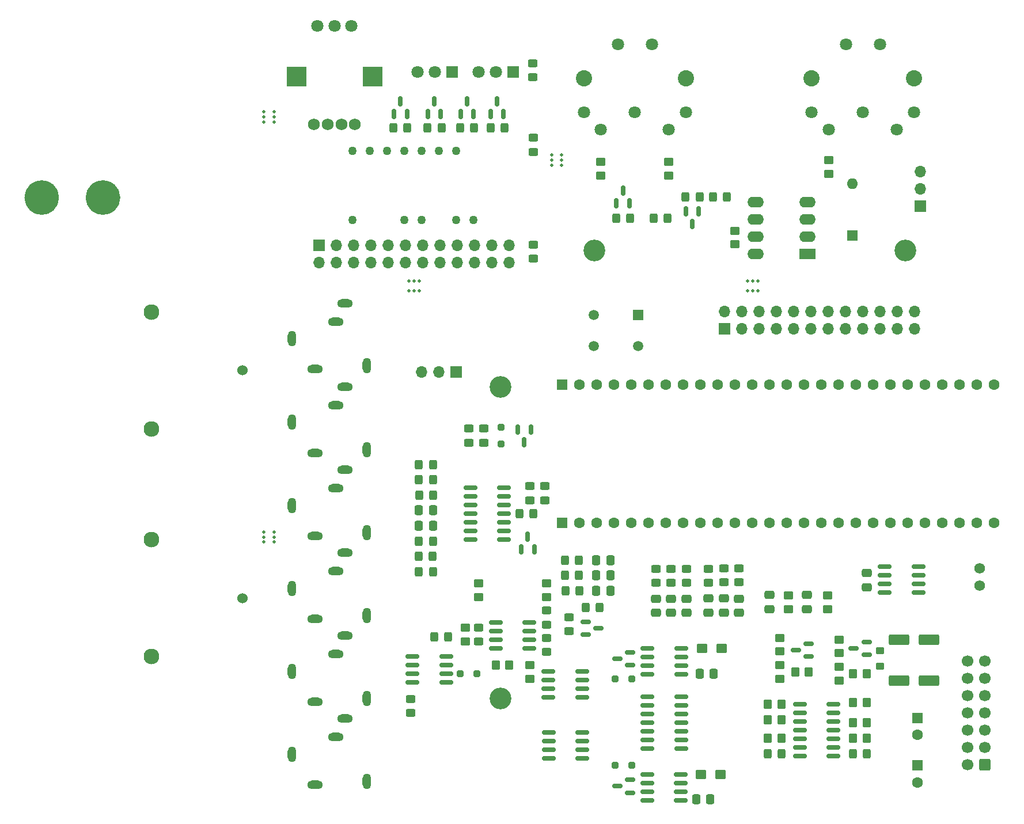
<source format=gts>
G04 #@! TF.GenerationSoftware,KiCad,Pcbnew,9.0.0*
G04 #@! TF.CreationDate,2025-03-14T23:22:53+09:00*
G04 #@! TF.ProjectId,cv-depot,63762d64-6570-46f7-942e-6b696361645f,rev?*
G04 #@! TF.SameCoordinates,Original*
G04 #@! TF.FileFunction,Soldermask,Top*
G04 #@! TF.FilePolarity,Negative*
%FSLAX46Y46*%
G04 Gerber Fmt 4.6, Leading zero omitted, Abs format (unit mm)*
G04 Created by KiCad (PCBNEW 9.0.0) date 2025-03-14 23:22:54*
%MOMM*%
%LPD*%
G01*
G04 APERTURE LIST*
G04 Aperture macros list*
%AMRoundRect*
0 Rectangle with rounded corners*
0 $1 Rounding radius*
0 $2 $3 $4 $5 $6 $7 $8 $9 X,Y pos of 4 corners*
0 Add a 4 corners polygon primitive as box body*
4,1,4,$2,$3,$4,$5,$6,$7,$8,$9,$2,$3,0*
0 Add four circle primitives for the rounded corners*
1,1,$1+$1,$2,$3*
1,1,$1+$1,$4,$5*
1,1,$1+$1,$6,$7*
1,1,$1+$1,$8,$9*
0 Add four rect primitives between the rounded corners*
20,1,$1+$1,$2,$3,$4,$5,0*
20,1,$1+$1,$4,$5,$6,$7,0*
20,1,$1+$1,$6,$7,$8,$9,0*
20,1,$1+$1,$8,$9,$2,$3,0*%
G04 Aperture macros list end*
%ADD10C,2.550000*%
%ADD11RoundRect,0.250000X0.325000X0.450000X-0.325000X0.450000X-0.325000X-0.450000X0.325000X-0.450000X0*%
%ADD12C,3.200000*%
%ADD13RoundRect,0.250000X-0.325000X-0.450000X0.325000X-0.450000X0.325000X0.450000X-0.325000X0.450000X0*%
%ADD14RoundRect,0.250000X-0.450000X0.350000X-0.450000X-0.350000X0.450000X-0.350000X0.450000X0.350000X0*%
%ADD15RoundRect,0.250000X-0.350000X0.275000X-0.350000X-0.275000X0.350000X-0.275000X0.350000X0.275000X0*%
%ADD16RoundRect,0.250000X-0.475000X0.337500X-0.475000X-0.337500X0.475000X-0.337500X0.475000X0.337500X0*%
%ADD17RoundRect,0.250000X0.350000X0.450000X-0.350000X0.450000X-0.350000X-0.450000X0.350000X-0.450000X0*%
%ADD18C,0.500000*%
%ADD19RoundRect,0.250000X-0.250000X-0.250000X0.250000X-0.250000X0.250000X0.250000X-0.250000X0.250000X0*%
%ADD20O,1.270000X2.286000*%
%ADD21O,2.286000X1.270000*%
%ADD22RoundRect,0.250000X-0.450000X0.325000X-0.450000X-0.325000X0.450000X-0.325000X0.450000X0.325000X0*%
%ADD23RoundRect,0.250000X0.450000X-0.350000X0.450000X0.350000X-0.450000X0.350000X-0.450000X-0.350000X0*%
%ADD24RoundRect,0.150000X0.825000X0.150000X-0.825000X0.150000X-0.825000X-0.150000X0.825000X-0.150000X0*%
%ADD25RoundRect,0.250000X0.450000X-0.325000X0.450000X0.325000X-0.450000X0.325000X-0.450000X-0.325000X0*%
%ADD26RoundRect,0.250000X0.337500X0.475000X-0.337500X0.475000X-0.337500X-0.475000X0.337500X-0.475000X0*%
%ADD27C,2.300000*%
%ADD28C,1.524000*%
%ADD29R,1.700000X1.700000*%
%ADD30O,1.700000X1.700000*%
%ADD31RoundRect,0.150000X0.587500X0.150000X-0.587500X0.150000X-0.587500X-0.150000X0.587500X-0.150000X0*%
%ADD32R,1.600000X1.600000*%
%ADD33C,1.600000*%
%ADD34RoundRect,0.250000X0.475000X-0.337500X0.475000X0.337500X-0.475000X0.337500X-0.475000X-0.337500X0*%
%ADD35RoundRect,0.250000X-0.537500X-0.425000X0.537500X-0.425000X0.537500X0.425000X-0.537500X0.425000X0*%
%ADD36RoundRect,0.250000X0.600000X0.600000X-0.600000X0.600000X-0.600000X-0.600000X0.600000X-0.600000X0*%
%ADD37C,1.700000*%
%ADD38RoundRect,0.150000X0.150000X-0.587500X0.150000X0.587500X-0.150000X0.587500X-0.150000X-0.587500X0*%
%ADD39RoundRect,0.150000X-0.150000X0.587500X-0.150000X-0.587500X0.150000X-0.587500X0.150000X0.587500X0*%
%ADD40R,1.498600X1.498600*%
%ADD41C,1.498600*%
%ADD42RoundRect,0.250000X-0.350000X-0.450000X0.350000X-0.450000X0.350000X0.450000X-0.350000X0.450000X0*%
%ADD43RoundRect,0.150000X-0.587500X-0.150000X0.587500X-0.150000X0.587500X0.150000X-0.587500X0.150000X0*%
%ADD44RoundRect,0.250000X-0.250000X0.250000X-0.250000X-0.250000X0.250000X-0.250000X0.250000X0.250000X0*%
%ADD45C,1.574800*%
%ADD46RoundRect,0.250000X0.250000X0.250000X-0.250000X0.250000X-0.250000X-0.250000X0.250000X-0.250000X0*%
%ADD47R,1.800000X1.800000*%
%ADD48C,1.800000*%
%ADD49C,2.387600*%
%ADD50C,1.803400*%
%ADD51RoundRect,0.150000X-0.825000X-0.150000X0.825000X-0.150000X0.825000X0.150000X-0.825000X0.150000X0*%
%ADD52C,1.270000*%
%ADD53R,2.400000X1.600000*%
%ADD54O,2.400000X1.600000*%
%ADD55RoundRect,0.250000X-1.250000X-0.550000X1.250000X-0.550000X1.250000X0.550000X-1.250000X0.550000X0*%
%ADD56R,3.000000X3.000000*%
%ADD57C,1.750000*%
%ADD58O,1.600000X1.600000*%
G04 APERTURE END LIST*
D10*
X24525000Y-62000000D02*
G75*
G02*
X21975000Y-62000000I-1275000J0D01*
G01*
X21975000Y-62000000D02*
G75*
G02*
X24525000Y-62000000I1275000J0D01*
G01*
X33525000Y-62000000D02*
G75*
G02*
X30975000Y-62000000I-1275000J0D01*
G01*
X30975000Y-62000000D02*
G75*
G02*
X33525000Y-62000000I1275000J0D01*
G01*
D11*
X80750000Y-103500000D03*
X78700000Y-103500000D03*
D12*
X90650000Y-135630502D03*
D13*
X84750000Y-51750000D03*
X86800000Y-51750000D03*
D14*
X140500000Y-127000000D03*
X140500000Y-129000000D03*
D15*
X146500000Y-128600000D03*
X146500000Y-130900000D03*
D16*
X130250000Y-120425000D03*
X130250000Y-122500000D03*
D14*
X97500000Y-118750000D03*
X97500000Y-120750000D03*
D17*
X136000000Y-131750000D03*
X134000000Y-131750000D03*
D18*
X55900000Y-112658305D03*
X57400000Y-112658305D03*
X55900000Y-111908305D03*
X57400000Y-111908305D03*
X55900000Y-111158305D03*
X57400000Y-111158305D03*
D19*
X107500000Y-145500000D03*
X110000000Y-145500000D03*
D20*
X60050001Y-107250000D03*
D21*
X67843002Y-102049800D03*
X66443002Y-104744800D03*
D20*
X71043002Y-111250200D03*
D21*
X63450002Y-111755200D03*
D11*
X80750000Y-101250000D03*
X78700000Y-101250000D03*
D22*
X97500000Y-122725000D03*
X97500000Y-124775000D03*
D23*
X115450000Y-58750000D03*
X115450000Y-56750000D03*
D24*
X102700000Y-135500000D03*
X102700000Y-134230000D03*
X102700000Y-132960000D03*
X102700000Y-131690000D03*
X97750000Y-131690000D03*
X97750000Y-132960000D03*
X97750000Y-134230000D03*
X97750000Y-135500000D03*
D25*
X88250000Y-98025000D03*
X88250000Y-95975000D03*
X115779420Y-118612500D03*
X115779420Y-116562500D03*
D26*
X106825000Y-117550000D03*
X104750000Y-117550000D03*
D27*
X39361634Y-78814655D03*
D28*
X52750000Y-87380502D03*
D27*
X39343635Y-96000000D03*
D24*
X139650000Y-144090000D03*
X139650000Y-142820000D03*
X139650000Y-141550000D03*
X139650000Y-140280000D03*
X139650000Y-139010000D03*
X139650000Y-137740000D03*
X139650000Y-136470000D03*
X134700000Y-136470000D03*
X134700000Y-137740000D03*
X134700000Y-139010000D03*
X134700000Y-140280000D03*
X134700000Y-141550000D03*
X134700000Y-142820000D03*
X134700000Y-144090000D03*
D14*
X138750000Y-120500000D03*
X138750000Y-122500000D03*
D29*
X84150000Y-87630502D03*
D30*
X81610000Y-87630502D03*
X79070000Y-87630502D03*
D11*
X102212500Y-117550000D03*
X100162500Y-117550000D03*
D24*
X117250000Y-143000000D03*
X117250000Y-141730000D03*
X117250000Y-140460000D03*
X117250000Y-139190000D03*
X117250000Y-137920000D03*
X117250000Y-136650000D03*
X117250000Y-135380000D03*
X112300000Y-135380000D03*
X112300000Y-136650000D03*
X112300000Y-137920000D03*
X112300000Y-139190000D03*
X112300000Y-140460000D03*
X112300000Y-141730000D03*
X112300000Y-143000000D03*
X117250000Y-132060000D03*
X117250000Y-130790000D03*
X117250000Y-129520000D03*
X117250000Y-128250000D03*
X112300000Y-128250000D03*
X112300000Y-129520000D03*
X112300000Y-130790000D03*
X112300000Y-132060000D03*
D31*
X109750000Y-149500000D03*
X109750000Y-147600000D03*
X107875000Y-148550000D03*
D32*
X152000000Y-145500000D03*
D33*
X152000000Y-148000000D03*
D12*
X104450000Y-69750000D03*
D34*
X118029420Y-123075000D03*
X118029420Y-121000000D03*
D35*
X120312500Y-128250000D03*
X123187500Y-128250000D03*
D25*
X123529420Y-118587500D03*
X123529420Y-116537500D03*
D17*
X132000000Y-138750000D03*
X130000000Y-138750000D03*
D23*
X138950000Y-58500000D03*
X138950000Y-56500000D03*
D11*
X95550000Y-108500000D03*
X93500000Y-108500000D03*
D36*
X161900000Y-145380000D03*
D37*
X159360000Y-145380000D03*
X161900000Y-142840000D03*
X159360000Y-142840000D03*
X161900000Y-140300000D03*
X159360000Y-140300000D03*
X161900000Y-137760000D03*
X159360000Y-137760000D03*
X161900000Y-135220000D03*
X159360000Y-135220000D03*
X161900000Y-132680000D03*
X159360000Y-132680000D03*
X161900000Y-130140000D03*
X159360000Y-130140000D03*
D19*
X107500000Y-132750000D03*
X110000000Y-132750000D03*
D34*
X125779420Y-123050000D03*
X125779420Y-120975000D03*
D22*
X118029420Y-116562500D03*
X118029420Y-118612500D03*
D13*
X89250000Y-51750000D03*
X91300000Y-51750000D03*
D14*
X140500000Y-131000000D03*
X140500000Y-133000000D03*
D20*
X60050001Y-82750000D03*
D21*
X67843002Y-77549800D03*
X66443002Y-80244800D03*
D20*
X71043002Y-86750200D03*
D21*
X63450002Y-87255200D03*
D34*
X115779420Y-123075000D03*
X115779420Y-121000000D03*
D20*
X60050001Y-95050000D03*
D21*
X67843002Y-89849800D03*
X66443002Y-92544800D03*
D20*
X71043002Y-99050200D03*
D21*
X63450002Y-99555200D03*
D11*
X82025000Y-51750000D03*
X79975000Y-51750000D03*
D31*
X136000000Y-129500000D03*
X136000000Y-127600000D03*
X134125000Y-128550000D03*
D17*
X144500000Y-136250000D03*
X142500000Y-136250000D03*
D11*
X119950000Y-61875000D03*
X117900000Y-61875000D03*
D38*
X107750000Y-62875000D03*
X109650000Y-62875000D03*
X108700000Y-61000000D03*
D20*
X60050001Y-143850000D03*
D21*
X67843002Y-138649800D03*
X66443002Y-141344800D03*
D20*
X71043002Y-147850200D03*
D21*
X63450002Y-148355200D03*
D22*
X125779420Y-116537500D03*
X125779420Y-118587500D03*
D34*
X113529420Y-123075000D03*
X113529420Y-121000000D03*
D18*
X55900000Y-50888195D03*
X57400000Y-50888195D03*
X55900000Y-50138195D03*
X57400000Y-50138195D03*
X55900000Y-49388195D03*
X57400000Y-49388195D03*
D17*
X144500000Y-132000000D03*
X142500000Y-132000000D03*
D14*
X105450000Y-56750000D03*
X105450000Y-58750000D03*
D34*
X123503495Y-123012500D03*
X123503495Y-120937500D03*
D17*
X92000000Y-130750000D03*
X90000000Y-130750000D03*
D39*
X119850000Y-64000000D03*
X117950000Y-64000000D03*
X118900000Y-65875000D03*
D25*
X95000000Y-106500000D03*
X95000000Y-104450000D03*
D14*
X85500000Y-125250000D03*
X85500000Y-127250000D03*
D12*
X90650000Y-89880502D03*
D34*
X121253495Y-123012500D03*
X121253495Y-120937500D03*
D17*
X132000000Y-141500000D03*
X130000000Y-141500000D03*
D40*
X110900000Y-79299999D03*
D41*
X104399999Y-79299999D03*
X110900000Y-83800000D03*
X104399999Y-83800000D03*
D24*
X91200000Y-112250000D03*
X91200000Y-110980000D03*
X91200000Y-109710000D03*
X91200000Y-108440000D03*
X91200000Y-107170000D03*
X91200000Y-105900000D03*
X91200000Y-104630000D03*
X86250000Y-104630000D03*
X86250000Y-105900000D03*
X86250000Y-107170000D03*
X86250000Y-108440000D03*
X86250000Y-109710000D03*
X86250000Y-110980000D03*
X86250000Y-112250000D03*
D22*
X97250000Y-104450000D03*
X97250000Y-106500000D03*
D42*
X130000000Y-136500000D03*
X132000000Y-136500000D03*
D11*
X132000000Y-143750000D03*
X129950000Y-143750000D03*
D20*
X60050001Y-131650000D03*
D21*
X67843002Y-126449800D03*
X66443002Y-129144800D03*
D20*
X71043002Y-135650200D03*
D21*
X63450002Y-136155200D03*
D22*
X121279420Y-116562500D03*
X121279420Y-118612500D03*
D43*
X103250000Y-124350000D03*
X103250000Y-126250000D03*
X105125000Y-125300000D03*
D29*
X152450000Y-63250000D03*
D30*
X152450000Y-60710000D03*
X152450000Y-58170000D03*
D44*
X90750000Y-95750000D03*
X90750000Y-98250000D03*
D42*
X142500000Y-139250000D03*
X144500000Y-139250000D03*
D45*
X161150000Y-119050000D03*
X161150000Y-116510000D03*
D46*
X87250000Y-132000000D03*
X84750000Y-132000000D03*
D47*
X92590000Y-43500000D03*
D48*
X90050000Y-43500000D03*
X87510000Y-43500000D03*
D22*
X77500000Y-135725000D03*
X77500000Y-137775000D03*
D13*
X78700000Y-112500000D03*
X80750000Y-112500000D03*
D24*
X94950000Y-128310000D03*
X94950000Y-127040000D03*
X94950000Y-125770000D03*
X94950000Y-124500000D03*
X90000000Y-124500000D03*
X90000000Y-125770000D03*
X90000000Y-127040000D03*
X90000000Y-128310000D03*
D38*
X93750000Y-113750000D03*
X95650000Y-113750000D03*
X94700000Y-111875000D03*
D49*
X151450000Y-44500000D03*
X136450000Y-44500000D03*
D50*
X136450000Y-49500000D03*
X143950000Y-49500000D03*
X151450000Y-49500000D03*
X138950000Y-52000000D03*
X148950000Y-52000000D03*
X141450000Y-39500000D03*
X146450000Y-39500000D03*
D18*
X77250000Y-74250000D03*
X77250000Y-75750000D03*
X78000000Y-74250000D03*
X78000000Y-75750000D03*
X78750000Y-74250000D03*
X78750000Y-75750000D03*
D24*
X102750000Y-144500000D03*
X102750000Y-143230000D03*
X102750000Y-141960000D03*
X102750000Y-140690000D03*
X97800000Y-140690000D03*
X97800000Y-141960000D03*
X97800000Y-143230000D03*
X97800000Y-144500000D03*
D32*
X99790000Y-109800000D03*
D33*
X102330000Y-109800000D03*
X104870000Y-109800000D03*
X107410000Y-109800000D03*
X109950000Y-109800000D03*
X112490000Y-109800000D03*
X115030000Y-109800000D03*
X117570000Y-109800000D03*
X120110000Y-109800000D03*
X122650000Y-109800000D03*
X125190000Y-109800000D03*
X127730000Y-109800000D03*
X130270000Y-109800000D03*
X132810000Y-109800000D03*
X135350000Y-109800000D03*
X137890000Y-109800000D03*
X140430000Y-109800000D03*
X142970000Y-109800000D03*
X145510000Y-109800000D03*
X148050000Y-109800000D03*
X150590000Y-109800000D03*
X153130000Y-109800000D03*
X155670000Y-109800000D03*
X158210000Y-109800000D03*
X160750000Y-109800000D03*
X163290000Y-109800000D03*
D32*
X99790000Y-89480000D03*
D33*
X102330000Y-89480000D03*
X104870000Y-89480000D03*
X107410000Y-89480000D03*
X109950000Y-89480000D03*
X112490000Y-89480000D03*
X115030000Y-89480000D03*
X117570000Y-89480000D03*
X120110000Y-89480000D03*
X122650000Y-89480000D03*
X125190000Y-89480000D03*
X127730000Y-89480000D03*
X130270000Y-89480000D03*
X132810000Y-89480000D03*
X135350000Y-89480000D03*
X137890000Y-89480000D03*
X140430000Y-89480000D03*
X142970000Y-89480000D03*
X145510000Y-89480000D03*
X148050000Y-89480000D03*
X150590000Y-89480000D03*
X153130000Y-89480000D03*
X155670000Y-89480000D03*
X158210000Y-89480000D03*
X160750000Y-89480000D03*
X163290000Y-89480000D03*
D25*
X87500000Y-127300000D03*
X87500000Y-125250000D03*
D11*
X80750000Y-117000000D03*
X78700000Y-117000000D03*
D16*
X144500000Y-117225000D03*
X144500000Y-119300000D03*
D25*
X97500000Y-128775000D03*
X97500000Y-126725000D03*
D26*
X122037500Y-132000000D03*
X119962500Y-132000000D03*
X106831861Y-119800000D03*
X104756861Y-119800000D03*
D13*
X100162500Y-115300000D03*
X102212500Y-115300000D03*
D16*
X135750000Y-120425000D03*
X135750000Y-122500000D03*
D29*
X123620000Y-81300000D03*
D30*
X123620000Y-78760000D03*
X126160000Y-81300000D03*
X126160000Y-78760000D03*
X128700000Y-81300000D03*
X128700000Y-78760000D03*
X131240000Y-81300000D03*
X131240000Y-78760000D03*
X133780000Y-81300000D03*
X133780000Y-78760000D03*
X136320000Y-81300000D03*
X136320000Y-78760000D03*
X138860000Y-81300000D03*
X138860000Y-78760000D03*
X141400000Y-81300000D03*
X141400000Y-78760000D03*
X143940000Y-81300000D03*
X143940000Y-78760000D03*
X146480000Y-81300000D03*
X146480000Y-78760000D03*
X149020000Y-81300000D03*
X149020000Y-78760000D03*
X151560000Y-81300000D03*
X151560000Y-78760000D03*
D39*
X95150000Y-96125000D03*
X93250000Y-96125000D03*
X94200000Y-98000000D03*
D38*
X75050000Y-49750000D03*
X76950000Y-49750000D03*
X76000000Y-47875000D03*
D22*
X95500000Y-53225000D03*
X95500000Y-55275000D03*
D31*
X109750000Y-130750000D03*
X109750000Y-128850000D03*
X107875000Y-129800000D03*
D51*
X147200000Y-116240000D03*
X147200000Y-117510000D03*
X147200000Y-118780000D03*
X147200000Y-120050000D03*
X152150000Y-120050000D03*
X152150000Y-118780000D03*
X152150000Y-117510000D03*
X152150000Y-116240000D03*
D14*
X131750000Y-126750000D03*
X131750000Y-128750000D03*
D47*
X83590000Y-43500000D03*
D48*
X81050000Y-43500000D03*
X78510000Y-43500000D03*
D52*
X84160000Y-55170000D03*
X81620000Y-55170000D03*
X79080000Y-55170000D03*
X76540000Y-55170000D03*
X74000000Y-55170000D03*
X71460000Y-55170000D03*
X68920000Y-55170000D03*
X68920000Y-65330000D03*
X76540000Y-65330000D03*
X79080000Y-65330000D03*
X84160000Y-65330000D03*
X86700000Y-65330000D03*
D53*
X135820000Y-70250000D03*
D54*
X135820000Y-67710000D03*
X135820000Y-65170000D03*
X135820000Y-62630000D03*
X128200000Y-62630000D03*
X128200000Y-65170000D03*
X128200000Y-67710000D03*
X128200000Y-70250000D03*
D55*
X149300000Y-127000000D03*
X153700000Y-127000000D03*
D25*
X100750000Y-125750000D03*
X100750000Y-123700000D03*
D42*
X142500000Y-141500000D03*
X144500000Y-141500000D03*
D13*
X142475000Y-143750000D03*
X144525000Y-143750000D03*
X78736598Y-105750000D03*
X80786598Y-105750000D03*
D11*
X115250000Y-65000000D03*
X113200000Y-65000000D03*
D25*
X86000000Y-98025000D03*
X86000000Y-95975000D03*
D20*
X60050001Y-119450000D03*
D21*
X67843002Y-114249800D03*
X66443002Y-116944800D03*
D20*
X71043002Y-123450200D03*
D21*
X63450002Y-123955200D03*
D25*
X95450000Y-44275000D03*
X95450000Y-42225000D03*
D26*
X80784474Y-110250000D03*
X78709474Y-110250000D03*
D23*
X87500000Y-120750000D03*
X87500000Y-118750000D03*
D24*
X82700000Y-133250000D03*
X82700000Y-131980000D03*
X82700000Y-130710000D03*
X82700000Y-129440000D03*
X77750000Y-129440000D03*
X77750000Y-130710000D03*
X77750000Y-131980000D03*
X77750000Y-133250000D03*
X117225000Y-150655000D03*
X117225000Y-149385000D03*
X117225000Y-148115000D03*
X117225000Y-146845000D03*
X112275000Y-146845000D03*
X112275000Y-148115000D03*
X112275000Y-149385000D03*
X112275000Y-150655000D03*
D26*
X121537500Y-150500000D03*
X119462500Y-150500000D03*
D11*
X80741315Y-114750000D03*
X78691315Y-114750000D03*
D38*
X89250000Y-49750000D03*
X91150000Y-49750000D03*
X90200000Y-47875000D03*
D13*
X121900000Y-61875000D03*
X123950000Y-61875000D03*
D32*
X152000000Y-138500000D03*
D33*
X152000000Y-141000000D03*
D12*
X150200000Y-69750000D03*
D49*
X117950000Y-44500000D03*
X102950000Y-44500000D03*
D50*
X102950000Y-49500000D03*
X110450000Y-49500000D03*
X117950000Y-49500000D03*
X105450000Y-52000000D03*
X115450000Y-52000000D03*
X107950000Y-39500000D03*
X112950000Y-39500000D03*
D38*
X80000000Y-49750000D03*
X81900000Y-49750000D03*
X80950000Y-47875000D03*
D14*
X125150000Y-66875000D03*
X125150000Y-68875000D03*
D11*
X77000000Y-51750000D03*
X74950000Y-51750000D03*
D35*
X120136809Y-146838981D03*
X123011809Y-146838981D03*
D38*
X84850000Y-49750000D03*
X86750000Y-49750000D03*
X85800000Y-47875000D03*
D23*
X95000000Y-132750000D03*
X95000000Y-130750000D03*
D13*
X100225000Y-119803659D03*
X102275000Y-119803659D03*
D56*
X71888000Y-44250000D03*
X60712000Y-44250000D03*
D57*
X63300000Y-51250000D03*
X65300000Y-51250000D03*
X67300000Y-51250000D03*
X69299744Y-51269700D03*
D50*
X68800000Y-36750000D03*
X63800000Y-36750000D03*
X66300000Y-36750000D03*
D26*
X106835773Y-115304300D03*
X104760773Y-115304300D03*
D18*
X127000000Y-74250000D03*
X127000000Y-75750000D03*
X127750000Y-74250000D03*
X127750000Y-75750000D03*
X128500000Y-74250000D03*
X128500000Y-75750000D03*
D14*
X131750000Y-130750000D03*
X131750000Y-132750000D03*
D13*
X103200000Y-122250000D03*
X105250000Y-122250000D03*
D31*
X144500000Y-129250000D03*
X144500000Y-127350000D03*
X142625000Y-128300000D03*
D26*
X80784474Y-108000000D03*
X78709474Y-108000000D03*
D18*
X98200000Y-57250000D03*
X99700000Y-57250000D03*
X98200000Y-56500000D03*
X99700000Y-56500000D03*
X98200000Y-55750000D03*
X99700000Y-55750000D03*
D22*
X113529420Y-116562500D03*
X113529420Y-118612500D03*
D27*
X39361634Y-112314655D03*
D28*
X52750000Y-120880502D03*
D27*
X39343635Y-129500000D03*
D55*
X149300000Y-133000000D03*
X153700000Y-133000000D03*
D25*
X95500000Y-71000000D03*
X95500000Y-68950000D03*
D13*
X107700000Y-65000000D03*
X109750000Y-65000000D03*
D11*
X83000000Y-126595000D03*
X80950000Y-126595000D03*
D14*
X133000000Y-120500000D03*
X133000000Y-122500000D03*
D32*
X142450000Y-67560000D03*
D58*
X142450000Y-59940000D03*
D29*
X64010000Y-69000000D03*
D30*
X64010000Y-71540000D03*
X66550000Y-69000000D03*
X66550000Y-71540000D03*
X69090000Y-69000000D03*
X69090000Y-71540000D03*
X71630000Y-69000000D03*
X71630000Y-71540000D03*
X74170000Y-69000000D03*
X74170000Y-71540000D03*
X76710000Y-69000000D03*
X76710000Y-71540000D03*
X79250000Y-69000000D03*
X79250000Y-71540000D03*
X81790000Y-69000000D03*
X81790000Y-71540000D03*
X84330000Y-69000000D03*
X84330000Y-71540000D03*
X86870000Y-69000000D03*
X86870000Y-71540000D03*
X89410000Y-69000000D03*
X89410000Y-71540000D03*
X91950000Y-69000000D03*
X91950000Y-71540000D03*
M02*

</source>
